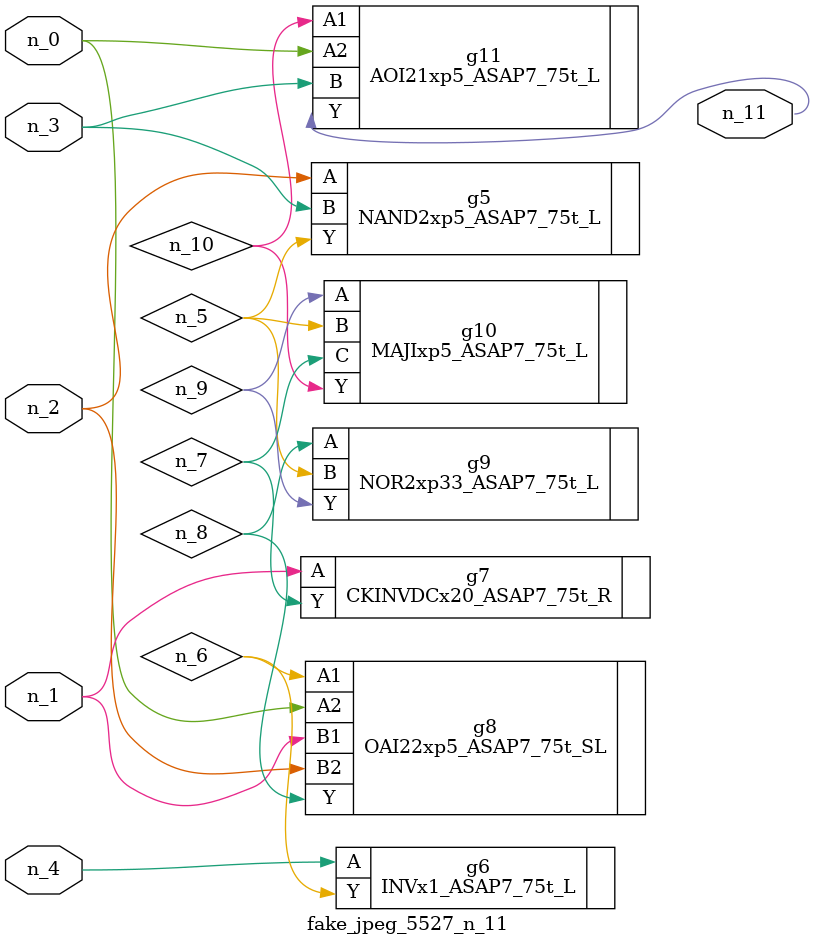
<source format=v>
module fake_jpeg_5527_n_11 (n_3, n_2, n_1, n_0, n_4, n_11);

input n_3;
input n_2;
input n_1;
input n_0;
input n_4;

output n_11;

wire n_10;
wire n_8;
wire n_9;
wire n_6;
wire n_5;
wire n_7;

NAND2xp5_ASAP7_75t_L g5 ( 
.A(n_2),
.B(n_3),
.Y(n_5)
);

INVx1_ASAP7_75t_L g6 ( 
.A(n_4),
.Y(n_6)
);

CKINVDCx20_ASAP7_75t_R g7 ( 
.A(n_1),
.Y(n_7)
);

OAI22xp5_ASAP7_75t_SL g8 ( 
.A1(n_6),
.A2(n_0),
.B1(n_1),
.B2(n_2),
.Y(n_8)
);

NOR2xp33_ASAP7_75t_L g9 ( 
.A(n_8),
.B(n_5),
.Y(n_9)
);

MAJIxp5_ASAP7_75t_L g10 ( 
.A(n_9),
.B(n_5),
.C(n_7),
.Y(n_10)
);

AOI21xp5_ASAP7_75t_L g11 ( 
.A1(n_10),
.A2(n_0),
.B(n_3),
.Y(n_11)
);


endmodule
</source>
